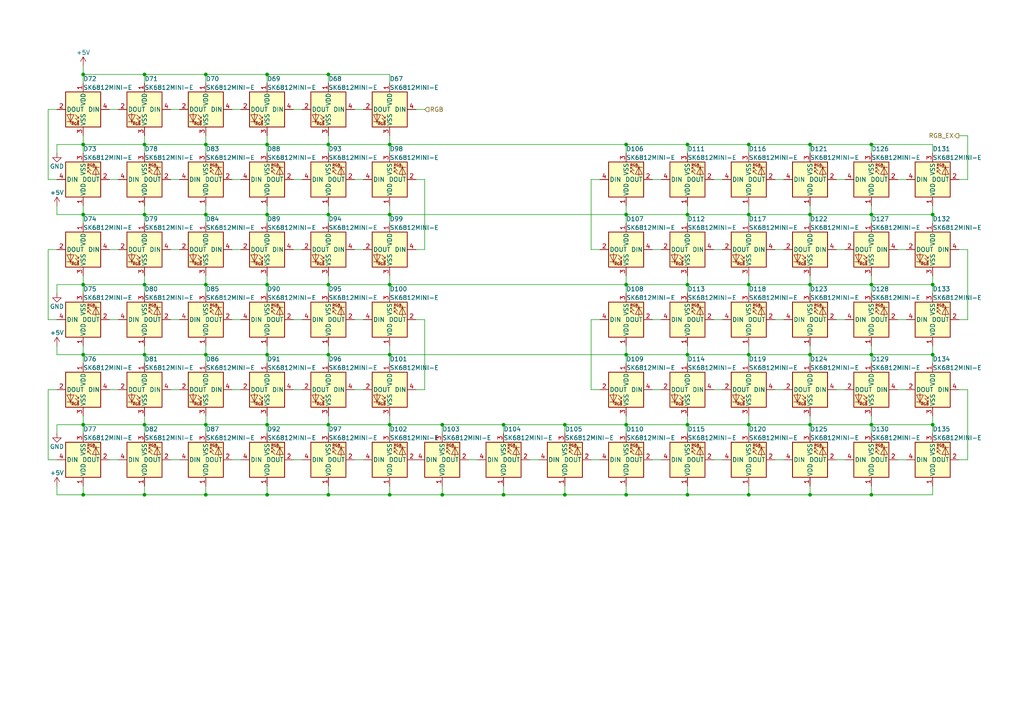
<source format=kicad_sch>
(kicad_sch (version 20230121) (generator eeschema)
  (paper "A4")
  (title_block (title "Honeydew unsplit ergonomic keyboard") (date "2023-04-03") (rev "V2.0"))
  (lib_symbols
    (symbol "Honeydew:SK6812MINI-E" (pin_names (offset 0.254))
      (property "Reference" "D" (at 5.08 5.715 0))
      (property "Value" "SK6812MINI-E" (at 1.27 -5.715 0))
      (symbol "SK6812MINI-E_0_0"
        (text "RGB" (at 2.286 -4.191 0) (effects (font (size 0.762 0.762))))
      )
      (symbol "SK6812MINI-E_1_1"
        (pin power_in line (at 0 7.62 270) (length 2.54) (name "VDD") (number "1"))
        (pin output line (at 7.62 0 180) (length 2.54) (name "DOUT") (number "2"))
        (pin power_in line (at 0 -7.62 90) (length 2.54) (name "VSS") (number "3"))
        (pin input line (at -7.62 0 0) (length 2.54) (name "DIN") (number "4"))
      )
    )
    (symbol "SK6812MINI-E_28" (pin_names (offset 0.254))
      (property "Reference" "D" (at 5.08 5.715 0))
      (property "Value" "SK6812MINI-E_28" (at 1.27 -5.715 0))
      (symbol "SK6812MINI-E_28_0_0"
        (text "RGB" (at 2.286 -4.191 0) (effects (font (size 0.762 0.762))))
      )
      (symbol "SK6812MINI-E_28_1_1"
        (pin power_in line (at 0 7.62 270) (length 2.54) (name "VDD") (number "1"))
        (pin output line (at 7.62 0 180) (length 2.54) (name "DOUT") (number "2"))
        (pin power_in line (at 0 -7.62 90) (length 2.54) (name "VSS") (number "3"))
        (pin input line (at -7.62 0 0) (length 2.54) (name "DIN") (number "4"))
      )
    )
    (symbol "SK6812MINI-E_32" (pin_names (offset 0.254))
      (property "Reference" "D" (at 5.08 5.715 0))
      (property "Value" "SK6812MINI-E_32" (at 1.27 -5.715 0))
      (symbol "SK6812MINI-E_32_0_0"
        (text "RGB" (at 2.286 -4.191 0) (effects (font (size 0.762 0.762))))
      )
      (symbol "SK6812MINI-E_32_1_1"
        (pin power_in line (at 0 7.62 270) (length 2.54) (name "VDD") (number "1"))
        (pin output line (at 7.62 0 180) (length 2.54) (name "DOUT") (number "2"))
        (pin power_in line (at 0 -7.62 90) (length 2.54) (name "VSS") (number "3"))
        (pin input line (at -7.62 0 0) (length 2.54) (name "DIN") (number "4"))
      )
    )
    (symbol "SK6812MINI-E_47" (pin_names (offset 0.254))
      (property "Reference" "D" (at 5.08 5.715 0))
      (property "Value" "SK6812MINI-E_47" (at 1.27 -5.715 0))
      (symbol "SK6812MINI-E_47_0_0"
        (text "RGB" (at 2.286 -4.191 0) (effects (font (size 0.762 0.762))))
      )
      (symbol "SK6812MINI-E_47_1_1"
        (pin power_in line (at 0 7.62 270) (length 2.54) (name "VDD") (number "1"))
        (pin output line (at 7.62 0 180) (length 2.54) (name "DOUT") (number "2"))
        (pin power_in line (at 0 -7.62 90) (length 2.54) (name "VSS") (number "3"))
        (pin input line (at -7.62 0 0) (length 2.54) (name "DIN") (number "4"))
      )
    )
    (symbol "SK6812MINI-E_49" (pin_names (offset 0.254))
      (property "Reference" "D" (at 5.08 5.715 0))
      (property "Value" "SK6812MINI-E_49" (at 1.27 -5.715 0))
      (symbol "SK6812MINI-E_49_0_0"
        (text "RGB" (at 2.286 -4.191 0) (effects (font (size 0.762 0.762))))
      )
      (symbol "SK6812MINI-E_49_1_1"
        (pin power_in line (at 0 7.62 270) (length 2.54) (name "VDD") (number "1"))
        (pin output line (at 7.62 0 180) (length 2.54) (name "DOUT") (number "2"))
        (pin power_in line (at 0 -7.62 90) (length 2.54) (name "VSS") (number "3"))
        (pin input line (at -7.62 0 0) (length 2.54) (name "DIN") (number "4"))
      )
    )
    (symbol "SK6812MINI-E_53" (pin_names (offset 0.254))
      (property "Reference" "D" (at 5.08 5.715 0))
      (property "Value" "SK6812MINI-E_53" (at 1.27 -5.715 0))
      (symbol "SK6812MINI-E_53_0_0"
        (text "RGB" (at 2.286 -4.191 0) (effects (font (size 0.762 0.762))))
      )
      (symbol "SK6812MINI-E_53_1_1"
        (pin power_in line (at 0 7.62 270) (length 2.54) (name "VDD") (number "1"))
        (pin output line (at 7.62 0 180) (length 2.54) (name "DOUT") (number "2"))
        (pin power_in line (at 0 -7.62 90) (length 2.54) (name "VSS") (number "3"))
        (pin input line (at -7.62 0 0) (length 2.54) (name "DIN") (number "4"))
      )
    )
    (symbol "SK6812MINI-E_54" (pin_names (offset 0.254))
      (property "Reference" "D" (at 5.08 5.715 0))
      (property "Value" "SK6812MINI-E_54" (at 1.27 -5.715 0))
      (symbol "SK6812MINI-E_54_0_0"
        (text "RGB" (at 2.286 -4.191 0) (effects (font (size 0.762 0.762))))
      )
      (symbol "SK6812MINI-E_54_1_1"
        (pin power_in line (at 0 7.62 270) (length 2.54) (name "VDD") (number "1"))
        (pin output line (at 7.62 0 180) (length 2.54) (name "DOUT") (number "2"))
        (pin power_in line (at 0 -7.62 90) (length 2.54) (name "VSS") (number "3"))
        (pin input line (at -7.62 0 0) (length 2.54) (name "DIN") (number "4"))
      )
    )
    (symbol "power:+5V" (power) (pin_names (offset 0))
      (property "Value" "+5V" (at 0 3.556 0))
      (symbol "+5V_1_1"
        (pin power_in line (at 0 0 90) (length 0) hide (name "+5V") (number "1"))
      )
    )
    (symbol "power:GND" (power) (pin_names (offset 0))
      (property "Value" "GND" (at 0 -3.81 0))
      (symbol "GND_1_1"
        (pin power_in line (at 0 0 270) (length 0) hide (name "GND") (number "1"))
      )
    )
  )
  (junction (at 234.95 62.23))
  (junction (at 128.27 123.19))
  (junction (at 252.73 41.91))
  (junction (at 199.39 41.91))
  (junction (at 77.47 21.59))
  (junction (at 24.13 102.87))
  (junction (at 95.25 82.55))
  (junction (at 59.69 82.55))
  (junction (at 234.95 102.87))
  (junction (at 24.13 123.19))
  (junction (at 41.91 143.51))
  (junction (at 24.13 82.55))
  (junction (at 24.13 143.51))
  (junction (at 59.69 102.87))
  (junction (at 217.17 143.51))
  (junction (at 199.39 82.55))
  (junction (at 95.25 41.91))
  (junction (at 113.03 62.23))
  (junction (at 199.39 123.19))
  (junction (at 270.51 102.87))
  (junction (at 95.25 21.59))
  (junction (at 234.95 143.51))
  (junction (at 217.17 123.19))
  (junction (at 41.91 102.87))
  (junction (at 270.51 82.55))
  (junction (at 252.73 62.23))
  (junction (at 113.03 102.87))
  (junction (at 217.17 41.91))
  (junction (at 24.13 62.23))
  (junction (at 252.73 143.51))
  (junction (at 77.47 102.87))
  (junction (at 59.69 143.51))
  (junction (at 95.25 143.51))
  (junction (at 181.61 41.91))
  (junction (at 41.91 123.19))
  (junction (at 41.91 41.91))
  (junction (at 234.95 41.91))
  (junction (at 146.05 123.19))
  (junction (at 234.95 123.19))
  (junction (at 199.39 102.87))
  (junction (at 59.69 21.59))
  (junction (at 252.73 82.55))
  (junction (at 181.61 82.55))
  (junction (at 95.25 62.23))
  (junction (at 59.69 41.91))
  (junction (at 113.03 82.55))
  (junction (at 252.73 123.19))
  (junction (at 217.17 82.55))
  (junction (at 181.61 102.87))
  (junction (at 59.69 62.23))
  (junction (at 146.05 143.51))
  (junction (at 59.69 123.19))
  (junction (at 217.17 102.87))
  (junction (at 77.47 41.91))
  (junction (at 77.47 143.51))
  (junction (at 199.39 143.51))
  (junction (at 95.25 102.87))
  (junction (at 234.95 82.55))
  (junction (at 77.47 123.19))
  (junction (at 163.83 123.19))
  (junction (at 77.47 82.55))
  (junction (at 270.51 62.23))
  (junction (at 252.73 102.87))
  (junction (at 113.03 41.91))
  (junction (at 24.13 21.59))
  (junction (at 181.61 62.23))
  (junction (at 181.61 143.51))
  (junction (at 181.61 123.19))
  (junction (at 41.91 62.23))
  (junction (at 95.25 123.19))
  (junction (at 270.51 123.19))
  (junction (at 163.83 143.51))
  (junction (at 41.91 82.55))
  (junction (at 41.91 21.59))
  (junction (at 217.17 62.23))
  (junction (at 77.47 62.23))
  (junction (at 128.27 143.51))
  (junction (at 113.03 123.19))
  (junction (at 24.13 41.91))
  (junction (at 199.39 62.23))
  (junction (at 113.03 143.51))
  (wire (pts (xy 13.97 133.35) (xy 16.51 133.35)))
  (wire (pts (xy 105.41 31.75) (xy 102.87 31.75)))
  (wire (pts (xy 13.97 31.75) (xy 16.51 31.75)))
  (wire (pts (xy 181.61 102.87) (xy 113.03 102.87)))
  (wire (pts (xy 270.51 120.65) (xy 270.51 123.19)))
  (wire (pts (xy 95.25 21.59) (xy 113.03 21.59)))
  (wire (pts (xy 217.17 125.73) (xy 217.17 123.19)))
  (wire (pts (xy 207.01 52.07) (xy 209.55 52.07)))
  (wire (pts (xy 171.45 92.71) (xy 171.45 113.03)))
  (wire (pts (xy 69.85 72.39) (xy 67.31 72.39)))
  (wire (pts (xy 49.53 92.71) (xy 52.07 92.71)))
  (wire (pts (xy 280.67 72.39) (xy 280.67 92.71)))
  (wire (pts (xy 24.13 125.73) (xy 24.13 123.19)))
  (wire (pts (xy 234.95 123.19) (xy 252.73 123.19)))
  (wire (pts (xy 181.61 120.65) (xy 181.61 123.19)))
  (wire (pts (xy 24.13 123.19) (xy 41.91 123.19)))
  (wire (pts (xy 270.51 102.87) (xy 270.51 105.41)))
  (wire (pts (xy 199.39 41.91) (xy 217.17 41.91)))
  (wire (pts (xy 85.09 133.35) (xy 87.63 133.35)))
  (wire (pts (xy 278.13 92.71) (xy 280.67 92.71)))
  (wire (pts (xy 123.19 31.75) (xy 120.65 31.75)))
  (wire (pts (xy 59.69 140.97) (xy 59.69 143.51)))
  (wire (pts (xy 87.63 113.03) (xy 85.09 113.03)))
  (wire (pts (xy 270.51 82.55) (xy 270.51 85.09)))
  (wire (pts (xy 16.51 125.73) (xy 16.51 123.19)))
  (wire (pts (xy 95.25 24.13) (xy 95.25 21.59)))
  (wire (pts (xy 31.75 133.35) (xy 34.29 133.35)))
  (wire (pts (xy 199.39 125.73) (xy 199.39 123.19)))
  (wire (pts (xy 16.51 140.97) (xy 16.51 143.51)))
  (wire (pts (xy 24.13 41.91) (xy 41.91 41.91)))
  (wire (pts (xy 234.95 140.97) (xy 234.95 143.51)))
  (wire (pts (xy 16.51 143.51) (xy 24.13 143.51)))
  (wire (pts (xy 77.47 62.23) (xy 95.25 62.23)))
  (wire (pts (xy 16.51 59.69) (xy 16.51 62.23)))
  (wire (pts (xy 77.47 82.55) (xy 95.25 82.55)))
  (wire (pts (xy 146.05 143.51) (xy 128.27 143.51)))
  (wire (pts (xy 67.31 133.35) (xy 69.85 133.35)))
  (wire (pts (xy 181.61 85.09) (xy 181.61 82.55)))
  (wire (pts (xy 41.91 39.37) (xy 41.91 41.91)))
  (wire (pts (xy 217.17 64.77) (xy 217.17 62.23)))
  (wire (pts (xy 252.73 85.09) (xy 252.73 82.55)))
  (wire (pts (xy 16.51 82.55) (xy 24.13 82.55)))
  (wire (pts (xy 77.47 140.97) (xy 77.47 143.51)))
  (wire (pts (xy 280.67 133.35) (xy 280.67 113.03)))
  (wire (pts (xy 67.31 92.71) (xy 69.85 92.71)))
  (wire (pts (xy 77.47 62.23) (xy 59.69 62.23)))
  (wire (pts (xy 13.97 92.71) (xy 16.51 92.71)))
  (wire (pts (xy 217.17 44.45) (xy 217.17 41.91)))
  (wire (pts (xy 217.17 102.87) (xy 199.39 102.87)))
  (wire (pts (xy 217.17 123.19) (xy 234.95 123.19)))
  (wire (pts (xy 280.67 113.03) (xy 278.13 113.03)))
  (wire (pts (xy 163.83 140.97) (xy 163.83 143.51)))
  (wire (pts (xy 24.13 62.23) (xy 41.91 62.23)))
  (wire (pts (xy 24.13 105.41) (xy 24.13 102.87)))
  (wire (pts (xy 77.47 59.69) (xy 77.47 62.23)))
  (wire (pts (xy 59.69 125.73) (xy 59.69 123.19)))
  (wire (pts (xy 113.03 82.55) (xy 113.03 85.09)))
  (wire (pts (xy 146.05 123.19) (xy 128.27 123.19)))
  (wire (pts (xy 102.87 133.35) (xy 105.41 133.35)))
  (wire (pts (xy 16.51 85.09) (xy 16.51 82.55)))
  (wire (pts (xy 252.73 100.33) (xy 252.73 102.87)))
  (wire (pts (xy 227.33 72.39) (xy 224.79 72.39)))
  (wire (pts (xy 77.47 85.09) (xy 77.47 82.55)))
  (wire (pts (xy 146.05 140.97) (xy 146.05 143.51)))
  (wire (pts (xy 260.35 92.71) (xy 262.89 92.71)))
  (wire (pts (xy 270.51 125.73) (xy 270.51 123.19)))
  (wire (pts (xy 252.73 64.77) (xy 252.73 62.23)))
  (wire (pts (xy 280.67 52.07) (xy 280.67 39.37)))
  (wire (pts (xy 270.51 140.97) (xy 270.51 143.51)))
  (wire (pts (xy 59.69 82.55) (xy 77.47 82.55)))
  (wire (pts (xy 181.61 105.41) (xy 181.61 102.87)))
  (wire (pts (xy 217.17 140.97) (xy 217.17 143.51)))
  (wire (pts (xy 270.51 59.69) (xy 270.51 62.23)))
  (wire (pts (xy 41.91 102.87) (xy 24.13 102.87)))
  (wire (pts (xy 270.51 41.91) (xy 270.51 44.45)))
  (wire (pts (xy 146.05 125.73) (xy 146.05 123.19)))
  (wire (pts (xy 234.95 59.69) (xy 234.95 62.23)))
  (wire (pts (xy 105.41 72.39) (xy 102.87 72.39)))
  (wire (pts (xy 77.47 21.59) (xy 95.25 21.59)))
  (wire (pts (xy 189.23 133.35) (xy 191.77 133.35)))
  (wire (pts (xy 49.53 133.35) (xy 52.07 133.35)))
  (wire (pts (xy 270.51 143.51) (xy 252.73 143.51)))
  (wire (pts (xy 102.87 52.07) (xy 105.41 52.07)))
  (wire (pts (xy 252.73 82.55) (xy 270.51 82.55)))
  (wire (pts (xy 199.39 143.51) (xy 181.61 143.51)))
  (wire (pts (xy 24.13 82.55) (xy 41.91 82.55)))
  (wire (pts (xy 95.25 85.09) (xy 95.25 82.55)))
  (wire (pts (xy 24.13 24.13) (xy 24.13 21.59)))
  (wire (pts (xy 59.69 44.45) (xy 59.69 41.91)))
  (wire (pts (xy 41.91 100.33) (xy 41.91 102.87)))
  (wire (pts (xy 41.91 123.19) (xy 59.69 123.19)))
  (wire (pts (xy 181.61 123.19) (xy 199.39 123.19)))
  (wire (pts (xy 24.13 102.87) (xy 24.13 100.33)))
  (wire (pts (xy 41.91 44.45) (xy 41.91 41.91)))
  (wire (pts (xy 234.95 100.33) (xy 234.95 102.87)))
  (wire (pts (xy 245.11 113.03) (xy 242.57 113.03)))
  (wire (pts (xy 252.73 125.73) (xy 252.73 123.19)))
  (wire (pts (xy 24.13 44.45) (xy 24.13 41.91)))
  (wire (pts (xy 24.13 39.37) (xy 24.13 41.91)))
  (wire (pts (xy 252.73 123.19) (xy 270.51 123.19)))
  (wire (pts (xy 24.13 143.51) (xy 24.13 140.97)))
  (wire (pts (xy 262.89 72.39) (xy 260.35 72.39)))
  (wire (pts (xy 77.47 41.91) (xy 95.25 41.91)))
  (wire (pts (xy 113.03 62.23) (xy 113.03 64.77)))
  (wire (pts (xy 270.51 80.01) (xy 270.51 82.55)))
  (wire (pts (xy 181.61 82.55) (xy 113.03 82.55)))
  (wire (pts (xy 252.73 143.51) (xy 234.95 143.51)))
  (wire (pts (xy 163.83 125.73) (xy 163.83 123.19)))
  (wire (pts (xy 67.31 52.07) (xy 69.85 52.07)))
  (wire (pts (xy 278.13 133.35) (xy 280.67 133.35)))
  (wire (pts (xy 41.91 64.77) (xy 41.91 62.23)))
  (wire (pts (xy 24.13 85.09) (xy 24.13 82.55)))
  (wire (pts (xy 199.39 82.55) (xy 217.17 82.55)))
  (wire (pts (xy 242.57 52.07) (xy 245.11 52.07)))
  (wire (pts (xy 242.57 133.35) (xy 245.11 133.35)))
  (wire (pts (xy 181.61 41.91) (xy 199.39 41.91)))
  (wire (pts (xy 95.25 82.55) (xy 113.03 82.55)))
  (wire (pts (xy 77.47 120.65) (xy 77.47 123.19)))
  (wire (pts (xy 280.67 39.37) (xy 278.13 39.37)))
  (wire (pts (xy 199.39 62.23) (xy 217.17 62.23)))
  (wire (pts (xy 262.89 113.03) (xy 260.35 113.03)))
  (wire (pts (xy 181.61 44.45) (xy 181.61 41.91)))
  (wire (pts (xy 77.47 39.37) (xy 77.47 41.91)))
  (wire (pts (xy 95.25 41.91) (xy 113.03 41.91)))
  (wire (pts (xy 31.75 92.71) (xy 34.29 92.71)))
  (wire (pts (xy 252.73 105.41) (xy 252.73 102.87)))
  (wire (pts (xy 199.39 120.65) (xy 199.39 123.19)))
  (wire (pts (xy 77.47 143.51) (xy 59.69 143.51)))
  (wire (pts (xy 95.25 62.23) (xy 113.03 62.23)))
  (wire (pts (xy 77.47 125.73) (xy 77.47 123.19)))
  (wire (pts (xy 199.39 85.09) (xy 199.39 82.55)))
  (wire (pts (xy 181.61 62.23) (xy 113.03 62.23)))
  (wire (pts (xy 242.57 92.71) (xy 245.11 92.71)))
  (wire (pts (xy 77.47 64.77) (xy 77.47 62.23)))
  (wire (pts (xy 234.95 64.77) (xy 234.95 62.23)))
  (wire (pts (xy 113.03 143.51) (xy 95.25 143.51)))
  (wire (pts (xy 13.97 52.07) (xy 16.51 52.07)))
  (wire (pts (xy 234.95 120.65) (xy 234.95 123.19)))
  (wire (pts (xy 52.07 31.75) (xy 49.53 31.75)))
  (wire (pts (xy 171.45 72.39) (xy 173.99 72.39)))
  (wire (pts (xy 41.91 59.69) (xy 41.91 62.23)))
  (wire (pts (xy 252.73 41.91) (xy 270.51 41.91)))
  (wire (pts (xy 171.45 92.71) (xy 173.99 92.71)))
  (wire (pts (xy 234.95 82.55) (xy 252.73 82.55)))
  (wire (pts (xy 77.47 80.01) (xy 77.47 82.55)))
  (wire (pts (xy 95.25 143.51) (xy 77.47 143.51)))
  (wire (pts (xy 59.69 62.23) (xy 41.91 62.23)))
  (wire (pts (xy 95.25 59.69) (xy 95.25 62.23)))
  (wire (pts (xy 95.25 140.97) (xy 95.25 143.51)))
  (wire (pts (xy 16.51 102.87) (xy 24.13 102.87)))
  (wire (pts (xy 52.07 72.39) (xy 49.53 72.39)))
  (wire (pts (xy 234.95 41.91) (xy 252.73 41.91)))
  (wire (pts (xy 69.85 31.75) (xy 67.31 31.75)))
  (wire (pts (xy 224.79 92.71) (xy 227.33 92.71)))
  (wire (pts (xy 199.39 123.19) (xy 217.17 123.19)))
  (wire (pts (xy 113.03 41.91) (xy 113.03 44.45)))
  (wire (pts (xy 189.23 92.71) (xy 191.77 92.71)))
  (wire (pts (xy 95.25 120.65) (xy 95.25 123.19)))
  (wire (pts (xy 59.69 120.65) (xy 59.69 123.19)))
  (wire (pts (xy 217.17 105.41) (xy 217.17 102.87)))
  (wire (pts (xy 77.47 123.19) (xy 95.25 123.19)))
  (wire (pts (xy 59.69 85.09) (xy 59.69 82.55)))
  (wire (pts (xy 59.69 143.51) (xy 41.91 143.51)))
  (wire (pts (xy 113.03 102.87) (xy 95.25 102.87)))
  (wire (pts (xy 24.13 64.77) (xy 24.13 62.23)))
  (wire (pts (xy 34.29 31.75) (xy 31.75 31.75)))
  (wire (pts (xy 217.17 85.09) (xy 217.17 82.55)))
  (wire (pts (xy 85.09 92.71) (xy 87.63 92.71)))
  (wire (pts (xy 41.91 82.55) (xy 59.69 82.55)))
  (wire (pts (xy 181.61 80.01) (xy 181.61 82.55)))
  (wire (pts (xy 41.91 125.73) (xy 41.91 123.19)))
  (wire (pts (xy 13.97 52.07) (xy 13.97 31.75)))
  (wire (pts (xy 171.45 133.35) (xy 173.99 133.35)))
  (wire (pts (xy 41.91 143.51) (xy 24.13 143.51)))
  (wire (pts (xy 234.95 125.73) (xy 234.95 123.19)))
  (wire (pts (xy 113.03 80.01) (xy 113.03 82.55)))
  (wire (pts (xy 234.95 85.09) (xy 234.95 82.55)))
  (wire (pts (xy 217.17 120.65) (xy 217.17 123.19)))
  (wire (pts (xy 181.61 143.51) (xy 163.83 143.51)))
  (wire (pts (xy 252.73 59.69) (xy 252.73 62.23)))
  (wire (pts (xy 234.95 102.87) (xy 217.17 102.87)))
  (wire (pts (xy 128.27 140.97) (xy 128.27 143.51)))
  (wire (pts (xy 41.91 85.09) (xy 41.91 82.55)))
  (wire (pts (xy 181.61 102.87) (xy 181.61 100.33)))
  (wire (pts (xy 95.25 102.87) (xy 77.47 102.87)))
  (wire (pts (xy 199.39 140.97) (xy 199.39 143.51)))
  (wire (pts (xy 13.97 72.39) (xy 16.51 72.39)))
  (wire (pts (xy 95.25 44.45) (xy 95.25 41.91)))
  (wire (pts (xy 77.47 24.13) (xy 77.47 21.59)))
  (wire (pts (xy 41.91 80.01) (xy 41.91 82.55)))
  (wire (pts (xy 217.17 59.69) (xy 217.17 62.23)))
  (wire (pts (xy 59.69 102.87) (xy 41.91 102.87)))
  (wire (pts (xy 95.25 80.01) (xy 95.25 82.55)))
  (wire (pts (xy 13.97 92.71) (xy 13.97 72.39)))
  (wire (pts (xy 252.73 120.65) (xy 252.73 123.19)))
  (wire (pts (xy 217.17 100.33) (xy 217.17 102.87)))
  (wire (pts (xy 41.91 105.41) (xy 41.91 102.87)))
  (wire (pts (xy 181.61 143.51) (xy 181.61 140.97)))
  (wire (pts (xy 181.61 123.19) (xy 163.83 123.19)))
  (wire (pts (xy 113.03 59.69) (xy 113.03 62.23)))
  (wire (pts (xy 87.63 72.39) (xy 85.09 72.39)))
  (wire (pts (xy 278.13 52.07) (xy 280.67 52.07)))
  (wire (pts (xy 59.69 39.37) (xy 59.69 41.91)))
  (wire (pts (xy 113.03 39.37) (xy 113.03 41.91)))
  (wire (pts (xy 191.77 113.03) (xy 189.23 113.03)))
  (wire (pts (xy 113.03 100.33) (xy 113.03 102.87)))
  (wire (pts (xy 224.79 133.35) (xy 227.33 133.35)))
  (wire (pts (xy 41.91 41.91) (xy 59.69 41.91)))
  (wire (pts (xy 113.03 102.87) (xy 113.03 105.41)))
  (wire (pts (xy 217.17 82.55) (xy 234.95 82.55)))
  (wire (pts (xy 252.73 140.97) (xy 252.73 143.51)))
  (wire (pts (xy 252.73 80.01) (xy 252.73 82.55)))
  (wire (pts (xy 270.51 100.33) (xy 270.51 102.87)))
  (wire (pts (xy 207.01 133.35) (xy 209.55 133.35)))
  (wire (pts (xy 13.97 113.03) (xy 16.51 113.03)))
  (wire (pts (xy 181.61 62.23) (xy 199.39 62.23)))
  (wire (pts (xy 34.29 113.03) (xy 31.75 113.03)))
  (wire (pts (xy 41.91 24.13) (xy 41.91 21.59)))
  (wire (pts (xy 181.61 64.77) (xy 181.61 62.23)))
  (wire (pts (xy 171.45 113.03) (xy 173.99 113.03)))
  (wire (pts (xy 77.47 21.59) (xy 59.69 21.59)))
  (wire (pts (xy 16.51 123.19) (xy 24.13 123.19)))
  (wire (pts (xy 16.51 62.23) (xy 24.13 62.23)))
  (wire (pts (xy 245.11 72.39) (xy 242.57 72.39)))
  (wire (pts (xy 207.01 92.71) (xy 209.55 92.71)))
  (wire (pts (xy 217.17 80.01) (xy 217.17 82.55)))
  (wire (pts (xy 209.55 113.03) (xy 207.01 113.03)))
  (wire (pts (xy 217.17 143.51) (xy 199.39 143.51)))
  (wire (pts (xy 224.79 52.07) (xy 227.33 52.07)))
  (wire (pts (xy 31.75 52.07) (xy 34.29 52.07)))
  (wire (pts (xy 24.13 19.05) (xy 24.13 21.59)))
  (wire (pts (xy 41.91 120.65) (xy 41.91 123.19)))
  (wire (pts (xy 120.65 92.71) (xy 123.19 92.71)))
  (wire (pts (xy 49.53 52.07) (xy 52.07 52.07)))
  (wire (pts (xy 191.77 72.39) (xy 189.23 72.39)))
  (wire (pts (xy 227.33 113.03) (xy 224.79 113.03)))
  (wire (pts (xy 199.39 64.77) (xy 199.39 62.23)))
  (wire (pts (xy 95.25 125.73) (xy 95.25 123.19)))
  (wire (pts (xy 209.55 72.39) (xy 207.01 72.39)))
  (wire (pts (xy 113.03 140.97) (xy 113.03 143.51)))
  (wire (pts (xy 16.51 100.33) (xy 16.51 102.87)))
  (wire (pts (xy 123.19 113.03) (xy 120.65 113.03)))
  (wire (pts (xy 59.69 21.59) (xy 41.91 21.59)))
  (wire (pts (xy 234.95 80.01) (xy 234.95 82.55)))
  (wire (pts (xy 59.69 80.01) (xy 59.69 82.55)))
  (wire (pts (xy 234.95 143.51) (xy 217.17 143.51)))
  (wire (pts (xy 199.39 59.69) (xy 199.39 62.23)))
  (wire (pts (xy 128.27 143.51) (xy 113.03 143.51)))
  (wire (pts (xy 181.61 41.91) (xy 113.03 41.91)))
  (wire (pts (xy 181.61 125.73) (xy 181.61 123.19)))
  (wire (pts (xy 69.85 113.03) (xy 67.31 113.03)))
  (wire (pts (xy 189.23 52.07) (xy 191.77 52.07)))
  (wire (pts (xy 113.03 21.59) (xy 113.03 24.13)))
  (wire (pts (xy 24.13 62.23) (xy 24.13 59.69)))
  (wire (pts (xy 171.45 52.07) (xy 173.99 52.07)))
  (wire (pts (xy 77.47 100.33) (xy 77.47 102.87)))
  (wire (pts (xy 59.69 123.19) (xy 77.47 123.19)))
  (wire (pts (xy 217.17 62.23) (xy 234.95 62.23)))
  (wire (pts (xy 59.69 105.41) (xy 59.69 102.87)))
  (wire (pts (xy 59.69 100.33) (xy 59.69 102.87)))
  (wire (pts (xy 181.61 62.23) (xy 181.61 59.69)))
  (wire (pts (xy 52.07 113.03) (xy 49.53 113.03)))
  (wire (pts (xy 234.95 62.23) (xy 252.73 62.23)))
  (wire (pts (xy 135.89 133.35) (xy 138.43 133.35)))
  (wire (pts (xy 16.51 44.45) (xy 16.51 41.91)))
  (wire (pts (xy 95.25 64.77) (xy 95.25 62.23)))
  (wire (pts (xy 123.19 92.71) (xy 123.19 113.03)))
  (wire (pts (xy 16.51 41.91) (xy 24.13 41.91)))
  (wire (pts (xy 113.03 125.73) (xy 113.03 123.19)))
  (wire (pts (xy 252.73 102.87) (xy 234.95 102.87)))
  (wire (pts (xy 41.91 140.97) (xy 41.91 143.51)))
  (wire (pts (xy 260.35 133.35) (xy 262.89 133.35)))
  (wire (pts (xy 120.65 52.07) (xy 123.19 52.07)))
  (wire (pts (xy 87.63 31.75) (xy 85.09 31.75)))
  (wire (pts (xy 163.83 143.51) (xy 146.05 143.51)))
  (wire (pts (xy 24.13 120.65) (xy 24.13 123.19)))
  (wire (pts (xy 113.03 120.65) (xy 113.03 123.19)))
  (wire (pts (xy 199.39 105.41) (xy 199.39 102.87)))
  (wire (pts (xy 252.73 62.23) (xy 270.51 62.23)))
  (wire (pts (xy 59.69 41.91) (xy 77.47 41.91)))
  (wire (pts (xy 199.39 100.33) (xy 199.39 102.87)))
  (wire (pts (xy 102.87 92.71) (xy 105.41 92.71)))
  (wire (pts (xy 95.25 100.33) (xy 95.25 102.87)))
  (wire (pts (xy 59.69 59.69) (xy 59.69 62.23)))
  (wire (pts (xy 128.27 125.73) (xy 128.27 123.19)))
  (wire (pts (xy 280.67 72.39) (xy 278.13 72.39)))
  (wire (pts (xy 85.09 52.07) (xy 87.63 52.07)))
  (wire (pts (xy 95.25 39.37) (xy 95.25 41.91)))
  (wire (pts (xy 270.51 102.87) (xy 252.73 102.87)))
  (wire (pts (xy 217.17 41.91) (xy 234.95 41.91)))
  (wire (pts (xy 59.69 24.13) (xy 59.69 21.59)))
  (wire (pts (xy 77.47 102.87) (xy 59.69 102.87)))
  (wire (pts (xy 77.47 105.41) (xy 77.47 102.87)))
  (wire (pts (xy 252.73 44.45) (xy 252.73 41.91)))
  (wire (pts (xy 199.39 44.45) (xy 199.39 41.91)))
  (wire (pts (xy 123.19 52.07) (xy 123.19 72.39)))
  (wire (pts (xy 128.27 123.19) (xy 113.03 123.19)))
  (wire (pts (xy 199.39 102.87) (xy 181.61 102.87)))
  (wire (pts (xy 95.25 105.41) (xy 95.25 102.87)))
  (wire (pts (xy 59.69 64.77) (xy 59.69 62.23)))
  (wire (pts (xy 199.39 80.01) (xy 199.39 82.55)))
  (wire (pts (xy 77.47 44.45) (xy 77.47 41.91)))
  (wire (pts (xy 123.19 72.39) (xy 120.65 72.39)))
  (wire (pts (xy 13.97 133.35) (xy 13.97 113.03)))
  (wire (pts (xy 260.35 52.07) (xy 262.89 52.07)))
  (wire (pts (xy 153.67 133.35) (xy 156.21 133.35)))
  (wire (pts (xy 234.95 105.41) (xy 234.95 102.87)))
  (wire (pts (xy 95.25 123.19) (xy 113.03 123.19)))
  (wire (pts (xy 24.13 21.59) (xy 41.91 21.59)))
  (wire (pts (xy 24.13 80.01) (xy 24.13 82.55)))
  (wire (pts (xy 171.45 52.07) (xy 171.45 72.39)))
  (wire (pts (xy 163.83 123.19) (xy 146.05 123.19)))
  (wire (pts (xy 105.41 113.03) (xy 102.87 113.03)))
  (wire (pts (xy 34.29 72.39) (xy 31.75 72.39)))
  (wire (pts (xy 270.51 62.23) (xy 270.51 64.77)))
  (wire (pts (xy 234.95 44.45) (xy 234.95 41.91)))
  (wire (pts (xy 181.61 82.55) (xy 199.39 82.55)))
  (hierarchical_label "RGB" (shape input) (at 123.19 31.75 0))
  (hierarchical_label "RGB_EX" (shape output) (at 278.13 39.37 180))
  (symbol (lib_id "power:+5V") (at 16.51 59.69 0) (unit 1)
    (property "Reference" "#PWR05" (effects hide))
    (property "Value" "+5V" (at 16.51 55.88 0))
  )
  (symbol (lib_name "SK6812MINI-E_54") (lib_id "Honeydew:SK6812MINI-E") (at 95.25 72.39 0) (mirror y) (unit 1)
    (property "Reference" "D94" (at 95.25 63.5 0) (effects (justify right)))
    (property "Value" "SK6812MINI-E" (at 95.25 66.04 0) (effects (justify right)))
    (property "Footprint" "Honeydew:YS-SK6812MINI-E" (effects hide))
    (property "Description" "RGB LED" (effects hide))
    (property "LCSC" "C5149201" (effects hide))
  )
  (symbol (lib_name "SK6812MINI-E_53") (lib_id "Honeydew:SK6812MINI-E") (at 181.61 133.35 0) (mirror x) (unit 1)
    (property "Reference" "D110" (at 181.61 124.46 0) (effects (justify left)))
    (property "Value" "SK6812MINI-E" (at 181.61 127 0) (effects (justify left)))
    (property "Footprint" "Honeydew:YS-SK6812MINI-E" (effects hide))
    (property "Description" "RGB LED" (effects hide))
    (property "LCSC" "C5149201" (effects hide))
  )
  (symbol (lib_name "SK6812MINI-E_53") (lib_id "Honeydew:SK6812MINI-E") (at 270.51 92.71 0) (mirror x) (unit 1)
    (property "Reference" "D133" (at 270.51 83.82 0) (effects (justify left)))
    (property "Value" "SK6812MINI-E" (at 270.51 86.36 0) (effects (justify left)))
    (property "Footprint" "Honeydew:YS-SK6812MINI-E" (effects hide))
    (property "Description" "RGB LED" (effects hide))
    (property "LCSC" "C5149201" (effects hide))
  )
  (symbol (lib_name "SK6812MINI-E_54") (lib_id "Honeydew:SK6812MINI-E") (at 41.91 72.39 0) (mirror y) (unit 1)
    (property "Reference" "D79" (at 41.91 63.5 0) (effects (justify right)))
    (property "Value" "SK6812MINI-E" (at 41.91 66.04 0) (effects (justify right)))
    (property "Footprint" "Honeydew:YS-SK6812MINI-E" (effects hide))
    (property "Description" "RGB LED" (effects hide))
    (property "LCSC" "C5149201" (effects hide))
  )
  (symbol (lib_name "SK6812MINI-E_54") (lib_id "Honeydew:SK6812MINI-E") (at 24.13 72.39 0) (mirror y) (unit 1)
    (property "Reference" "D74" (at 24.13 63.5 0) (effects (justify right)))
    (property "Value" "SK6812MINI-E" (at 24.13 66.04 0) (effects (justify right)))
    (property "Footprint" "Honeydew:YS-SK6812MINI-E" (effects hide))
    (property "Description" "RGB LED" (effects hide))
    (property "LCSC" "C5149201" (effects hide))
  )
  (symbol (lib_name "SK6812MINI-E_54") (lib_id "Honeydew:SK6812MINI-E") (at 77.47 72.39 0) (mirror y) (unit 1)
    (property "Reference" "D89" (at 77.47 63.5 0) (effects (justify right)))
    (property "Value" "SK6812MINI-E" (at 77.47 66.04 0) (effects (justify right)))
    (property "Footprint" "Honeydew:YS-SK6812MINI-E" (effects hide))
    (property "Description" "RGB LED" (effects hide))
    (property "LCSC" "C5149201" (effects hide))
  )
  (symbol (lib_name "SK6812MINI-E_54") (lib_id "Honeydew:SK6812MINI-E") (at 181.61 72.39 0) (mirror y) (unit 1)
    (property "Reference" "D107" (at 181.61 63.5 0) (effects (justify right)))
    (property "Value" "SK6812MINI-E" (at 181.61 66.04 0) (effects (justify right)))
    (property "Footprint" "Honeydew:YS-SK6812MINI-E" (effects hide))
    (property "Description" "RGB LED" (effects hide))
    (property "LCSC" "C5149201" (effects hide))
  )
  (symbol (lib_name "SK6812MINI-E_54") (lib_id "Honeydew:SK6812MINI-E") (at 41.91 113.03 0) (mirror y) (unit 1)
    (property "Reference" "D81" (at 41.91 104.14 0) (effects (justify right)))
    (property "Value" "SK6812MINI-E" (at 41.91 106.68 0) (effects (justify right)))
    (property "Footprint" "Honeydew:YS-SK6812MINI-E" (effects hide))
    (property "Description" "RGB LED" (effects hide))
    (property "LCSC" "C5149201" (effects hide))
  )
  (symbol (lib_name "SK6812MINI-E_53") (lib_id "Honeydew:SK6812MINI-E") (at 252.73 133.35 0) (mirror x) (unit 1)
    (property "Reference" "D130" (at 252.73 124.46 0) (effects (justify left)))
    (property "Value" "SK6812MINI-E" (at 252.73 127 0) (effects (justify left)))
    (property "Footprint" "Honeydew:YS-SK6812MINI-E" (effects hide))
    (property "Description" "RGB LED" (effects hide))
    (property "LCSC" "C5149201" (effects hide))
  )
  (symbol (lib_id "power:+5V") (at 24.13 19.05 0) (unit 1)
    (property "Reference" "#PWR02" (effects hide))
    (property "Value" "+5V" (at 24.13 15.24 0))
  )
  (symbol (lib_name "SK6812MINI-E_54") (lib_id "Honeydew:SK6812MINI-E") (at 24.13 113.03 0) (mirror y) (unit 1)
    (property "Reference" "D76" (at 24.13 104.14 0) (effects (justify right)))
    (property "Value" "SK6812MINI-E" (at 24.13 106.68 0) (effects (justify right)))
    (property "Footprint" "Honeydew:YS-SK6812MINI-E" (effects hide))
    (property "Description" "RGB LED" (effects hide))
    (property "LCSC" "C5149201" (effects hide))
  )
  (symbol (lib_name "SK6812MINI-E_53") (lib_id "Honeydew:SK6812MINI-E") (at 41.91 52.07 0) (mirror x) (unit 1)
    (property "Reference" "D78" (at 41.91 43.18 0) (effects (justify left)))
    (property "Value" "SK6812MINI-E" (at 41.91 45.72 0) (effects (justify left)))
    (property "Footprint" "Honeydew:YS-SK6812MINI-E" (effects hide))
    (property "Description" "RGB LED" (effects hide))
    (property "LCSC" "C5149201" (effects hide))
  )
  (symbol (lib_name "SK6812MINI-E_53") (lib_id "Honeydew:SK6812MINI-E") (at 59.69 52.07 0) (mirror x) (unit 1)
    (property "Reference" "D83" (at 59.69 43.18 0) (effects (justify left)))
    (property "Value" "SK6812MINI-E" (at 59.69 45.72 0) (effects (justify left)))
    (property "Footprint" "Honeydew:YS-SK6812MINI-E" (effects hide))
    (property "Description" "RGB LED" (effects hide))
    (property "LCSC" "C5149201" (effects hide))
  )
  (symbol (lib_name "SK6812MINI-E_53") (lib_id "Honeydew:SK6812MINI-E") (at 113.03 52.07 0) (mirror x) (unit 1)
    (property "Reference" "D98" (at 113.03 43.18 0) (effects (justify left)))
    (property "Value" "SK6812MINI-E" (at 113.03 45.72 0) (effects (justify left)))
    (property "Footprint" "Honeydew:YS-SK6812MINI-E" (effects hide))
    (property "Description" "RGB LED" (effects hide))
    (property "LCSC" "C5149201" (effects hide))
  )
  (symbol (lib_name "SK6812MINI-E_53") (lib_id "Honeydew:SK6812MINI-E") (at 24.13 133.35 0) (mirror x) (unit 1)
    (property "Reference" "D77" (at 24.13 124.46 0) (effects (justify left)))
    (property "Value" "SK6812MINI-E" (at 24.13 127 0) (effects (justify left)))
    (property "Footprint" "Honeydew:YS-SK6812MINI-E" (effects hide))
    (property "Description" "RGB LED" (effects hide))
    (property "LCSC" "C5149201" (effects hide))
  )
  (symbol (lib_name "SK6812MINI-E_53") (lib_id "Honeydew:SK6812MINI-E") (at 77.47 133.35 0) (mirror x) (unit 1)
    (property "Reference" "D92" (at 77.47 124.46 0) (effects (justify left)))
    (property "Value" "SK6812MINI-E" (at 77.47 127 0) (effects (justify left)))
    (property "Footprint" "Honeydew:YS-SK6812MINI-E" (effects hide))
    (property "Description" "RGB LED" (effects hide))
    (property "LCSC" "C5149201" (effects hide))
  )
  (symbol (lib_name "SK6812MINI-E_53") (lib_id "Honeydew:SK6812MINI-E") (at 199.39 52.07 0) (mirror x) (unit 1)
    (property "Reference" "D111" (at 199.39 43.18 0) (effects (justify left)))
    (property "Value" "SK6812MINI-E" (at 199.39 45.72 0) (effects (justify left)))
    (property "Footprint" "Honeydew:YS-SK6812MINI-E" (effects hide))
    (property "Description" "RGB LED" (effects hide))
    (property "LCSC" "C5149201" (effects hide))
  )
  (symbol (lib_name "SK6812MINI-E_53") (lib_id "Honeydew:SK6812MINI-E") (at 199.39 133.35 0) (mirror x) (unit 1)
    (property "Reference" "D115" (at 199.39 124.46 0) (effects (justify left)))
    (property "Value" "SK6812MINI-E" (at 199.39 127 0) (effects (justify left)))
    (property "Footprint" "Honeydew:YS-SK6812MINI-E" (effects hide))
    (property "Description" "RGB LED" (effects hide))
    (property "LCSC" "C5149201" (effects hide))
  )
  (symbol (lib_name "SK6812MINI-E_53") (lib_id "Honeydew:SK6812MINI-E") (at 181.61 52.07 0) (mirror x) (unit 1)
    (property "Reference" "D106" (at 181.61 43.18 0) (effects (justify left)))
    (property "Value" "SK6812MINI-E" (at 181.61 45.72 0) (effects (justify left)))
    (property "Footprint" "Honeydew:YS-SK6812MINI-E" (effects hide))
    (property "Description" "RGB LED" (effects hide))
    (property "LCSC" "C5149201" (effects hide))
  )
  (symbol (lib_name "SK6812MINI-E_32") (lib_id "Honeydew:SK6812MINI-E") (at 59.69 31.75 0) (mirror y) (unit 1)
    (property "Reference" "D70" (at 59.69 22.86 0) (effects (justify right)))
    (property "Value" "SK6812MINI-E" (at 59.69 25.4 0) (effects (justify right)))
    (property "Footprint" "Honeydew:YS-SK6812MINI-E" (effects hide))
    (property "Description" "RGB LED" (effects hide))
    (property "LCSC" "C5149201" (effects hide))
  )
  (symbol (lib_name "SK6812MINI-E_53") (lib_id "Honeydew:SK6812MINI-E") (at 217.17 133.35 0) (mirror x) (unit 1)
    (property "Reference" "D120" (at 217.17 124.46 0) (effects (justify left)))
    (property "Value" "SK6812MINI-E" (at 217.17 127 0) (effects (justify left)))
    (property "Footprint" "Honeydew:YS-SK6812MINI-E" (effects hide))
    (property "Description" "RGB LED" (effects hide))
    (property "LCSC" "C5149201" (effects hide))
  )
  (symbol (lib_name "SK6812MINI-E_53") (lib_id "Honeydew:SK6812MINI-E") (at 41.91 133.35 0) (mirror x) (unit 1)
    (property "Reference" "D82" (at 41.91 124.46 0) (effects (justify left)))
    (property "Value" "SK6812MINI-E" (at 41.91 127 0) (effects (justify left)))
    (property "Footprint" "Honeydew:YS-SK6812MINI-E" (effects hide))
    (property "Description" "RGB LED" (effects hide))
    (property "LCSC" "C5149201" (effects hide))
  )
  (symbol (lib_name "SK6812MINI-E_53") (lib_id "Honeydew:SK6812MINI-E") (at 252.73 52.07 0) (mirror x) (unit 1)
    (property "Reference" "D126" (at 252.73 43.18 0) (effects (justify left)))
    (property "Value" "SK6812MINI-E" (at 252.73 45.72 0) (effects (justify left)))
    (property "Footprint" "Honeydew:YS-SK6812MINI-E" (effects hide))
    (property "Description" "RGB LED" (effects hide))
    (property "LCSC" "C5149201" (effects hide))
  )
  (symbol (lib_name "SK6812MINI-E_53") (lib_id "Honeydew:SK6812MINI-E") (at 77.47 52.07 0) (mirror x) (unit 1)
    (property "Reference" "D88" (at 77.47 43.18 0) (effects (justify left)))
    (property "Value" "SK6812MINI-E" (at 77.47 45.72 0) (effects (justify left)))
    (property "Footprint" "Honeydew:YS-SK6812MINI-E" (effects hide))
    (property "Description" "RGB LED" (effects hide))
    (property "LCSC" "C5149201" (effects hide))
  )
  (symbol (lib_name "SK6812MINI-E_53") (lib_id "Honeydew:SK6812MINI-E") (at 95.25 133.35 0) (mirror x) (unit 1)
    (property "Reference" "D97" (at 95.25 124.46 0) (effects (justify left)))
    (property "Value" "SK6812MINI-E" (at 95.25 127 0) (effects (justify left)))
    (property "Footprint" "Honeydew:YS-SK6812MINI-E" (effects hide))
    (property "Description" "RGB LED" (effects hide))
    (property "LCSC" "C5149201" (effects hide))
  )
  (symbol (lib_id "power:+5V") (at 16.51 100.33 0) (unit 1)
    (property "Reference" "#PWR046" (effects hide))
    (property "Value" "+5V" (at 16.51 96.52 0))
  )
  (symbol (lib_id "power:+5V") (at 16.51 140.97 0) (unit 1)
    (property "Reference" "#PWR048" (effects hide))
    (property "Value" "+5V" (at 16.51 137.16 0))
  )
  (symbol (lib_name "SK6812MINI-E_54") (lib_id "Honeydew:SK6812MINI-E") (at 59.69 113.03 0) (mirror y) (unit 1)
    (property "Reference" "D86" (at 59.69 104.14 0) (effects (justify right)))
    (property "Value" "SK6812MINI-E" (at 59.69 106.68 0) (effects (justify right)))
    (property "Footprint" "Honeydew:YS-SK6812MINI-E" (effects hide))
    (property "Description" "RGB LED" (effects hide))
    (property "LCSC" "C5149201" (effects hide))
  )
  (symbol (lib_name "SK6812MINI-E_53") (lib_id "Honeydew:SK6812MINI-E") (at 95.25 52.07 0) (mirror x) (unit 1)
    (property "Reference" "D93" (at 95.25 43.18 0) (effects (justify left)))
    (property "Value" "SK6812MINI-E" (at 95.25 45.72 0) (effects (justify left)))
    (property "Footprint" "Honeydew:YS-SK6812MINI-E" (effects hide))
    (property "Description" "RGB LED" (effects hide))
    (property "LCSC" "C5149201" (effects hide))
  )
  (symbol (lib_name "SK6812MINI-E_53") (lib_id "Honeydew:SK6812MINI-E") (at 146.05 133.35 0) (mirror x) (unit 1)
    (property "Reference" "D104" (at 146.05 124.46 0) (effects (justify left)))
    (property "Value" "SK6812MINI-E" (at 146.05 127 0) (effects (justify left)))
    (property "Footprint" "Honeydew:YS-SK6812MINI-E" (effects hide))
    (property "Description" "RGB LED" (effects hide))
    (property "LCSC" "C5149201" (effects hide))
  )
  (symbol (lib_name "SK6812MINI-E_53") (lib_id "Honeydew:SK6812MINI-E") (at 234.95 52.07 0) (mirror x) (unit 1)
    (property "Reference" "D121" (at 234.95 43.18 0) (effects (justify left)))
    (property "Value" "SK6812MINI-E" (at 234.95 45.72 0) (effects (justify left)))
    (property "Footprint" "Honeydew:YS-SK6812MINI-E" (effects hide))
    (property "Description" "RGB LED" (effects hide))
    (property "LCSC" "C5149201" (effects hide))
  )
  (symbol (lib_name "SK6812MINI-E_53") (lib_id "Honeydew:SK6812MINI-E") (at 113.03 92.71 0) (mirror x) (unit 1)
    (property "Reference" "D100" (at 113.03 83.82 0) (effects (justify left)))
    (property "Value" "SK6812MINI-E" (at 113.03 86.36 0) (effects (justify left)))
    (property "Footprint" "Honeydew:YS-SK6812MINI-E" (effects hide))
    (property "Description" "RGB LED" (effects hide))
    (property "LCSC" "C5149201" (effects hide))
  )
  (symbol (lib_name "SK6812MINI-E_54") (lib_id "Honeydew:SK6812MINI-E") (at 252.73 72.39 0) (mirror y) (unit 1)
    (property "Reference" "D127" (at 252.73 63.5 0) (effects (justify right)))
    (property "Value" "SK6812MINI-E" (at 252.73 66.04 0) (effects (justify right)))
    (property "Footprint" "Honeydew:YS-SK6812MINI-E" (effects hide))
    (property "Description" "RGB LED" (effects hide))
    (property "LCSC" "C5149201" (effects hide))
  )
  (symbol (lib_name "SK6812MINI-E_49") (lib_id "Honeydew:SK6812MINI-E") (at 95.25 31.75 0) (mirror y) (unit 1)
    (property "Reference" "D68" (at 95.25 22.86 0) (effects (justify right)))
    (property "Value" "SK6812MINI-E" (at 95.25 25.4 0) (effects (justify right)))
    (property "Footprint" "Honeydew:YS-SK6812MINI-E" (effects hide))
    (property "Description" "RGB LED" (effects hide))
    (property "LCSC" "C5149201" (effects hide))
  )
  (symbol (lib_name "SK6812MINI-E_54") (lib_id "Honeydew:SK6812MINI-E") (at 181.61 113.03 0) (mirror y) (unit 1)
    (property "Reference" "D109" (at 181.61 104.14 0) (effects (justify right)))
    (property "Value" "SK6812MINI-E" (at 181.61 106.68 0) (effects (justify right)))
    (property "Footprint" "Honeydew:YS-SK6812MINI-E" (effects hide))
    (property "Description" "RGB LED" (effects hide))
    (property "LCSC" "C5149201" (effects hide))
  )
  (symbol (lib_name "SK6812MINI-E_53") (lib_id "Honeydew:SK6812MINI-E") (at 163.83 133.35 0) (mirror x) (unit 1)
    (property "Reference" "D105" (at 163.83 124.46 0) (effects (justify left)))
    (property "Value" "SK6812MINI-E" (at 163.83 127 0) (effects (justify left)))
    (property "Footprint" "Honeydew:YS-SK6812MINI-E" (effects hide))
    (property "Description" "RGB LED" (effects hide))
    (property "LCSC" "C5149201" (effects hide))
  )
  (symbol (lib_name "SK6812MINI-E_54") (lib_id "Honeydew:SK6812MINI-E") (at 270.51 72.39 0) (mirror y) (unit 1)
    (property "Reference" "D132" (at 270.51 63.5 0) (effects (justify right)))
    (property "Value" "SK6812MINI-E" (at 270.51 66.04 0) (effects (justify right)))
    (property "Footprint" "Honeydew:YS-SK6812MINI-E" (effects hide))
    (property "Description" "RGB LED" (effects hide))
    (property "LCSC" "C5149201" (effects hide))
  )
  (symbol (lib_id "power:GND") (at 16.51 44.45 0) (unit 1)
    (property "Reference" "#PWR044" (effects hide))
    (property "Value" "GND" (at 16.51 48.26 0))
  )
  (symbol (lib_name "SK6812MINI-E_53") (lib_id "Honeydew:SK6812MINI-E") (at 95.25 92.71 0) (mirror x) (unit 1)
    (property "Reference" "D95" (at 95.25 83.82 0) (effects (justify left)))
    (property "Value" "SK6812MINI-E" (at 95.25 86.36 0) (effects (justify left)))
    (property "Footprint" "Honeydew:YS-SK6812MINI-E" (effects hide))
    (property "Description" "RGB LED" (effects hide))
    (property "LCSC" "C5149201" (effects hide))
  )
  (symbol (lib_name "SK6812MINI-E_53") (lib_id "Honeydew:SK6812MINI-E") (at 128.27 133.35 0) (mirror x) (unit 1)
    (property "Reference" "D103" (at 128.27 124.46 0) (effects (justify left)))
    (property "Value" "SK6812MINI-E" (at 128.27 127 0) (effects (justify left)))
    (property "Footprint" "Honeydew:YS-SK6812MINI-E" (effects hide))
    (property "Description" "RGB LED" (effects hide))
    (property "LCSC" "C5149201" (effects hide))
  )
  (symbol (lib_name "SK6812MINI-E_53") (lib_id "Honeydew:SK6812MINI-E") (at 181.61 92.71 0) (mirror x) (unit 1)
    (property "Reference" "D108" (at 181.61 83.82 0) (effects (justify left)))
    (property "Value" "SK6812MINI-E" (at 181.61 86.36 0) (effects (justify left)))
    (property "Footprint" "Honeydew:YS-SK6812MINI-E" (effects hide))
    (property "Description" "RGB LED" (effects hide))
    (property "LCSC" "C5149201" (effects hide))
  )
  (symbol (lib_name "SK6812MINI-E_54") (lib_id "Honeydew:SK6812MINI-E") (at 270.51 113.03 0) (mirror y) (unit 1)
    (property "Reference" "D134" (at 270.51 104.14 0) (effects (justify right)))
    (property "Value" "SK6812MINI-E" (at 270.51 106.68 0) (effects (justify right)))
    (property "Footprint" "Honeydew:YS-SK6812MINI-E" (effects hide))
    (property "Description" "RGB LED" (effects hide))
    (property "LCSC" "C5149201" (effects hide))
  )
  (symbol (lib_name "SK6812MINI-E_53") (lib_id "Honeydew:SK6812MINI-E") (at 270.51 133.35 0) (mirror x) (unit 1)
    (property "Reference" "D135" (at 270.51 124.46 0) (effects (justify left)))
    (property "Value" "SK6812MINI-E" (at 270.51 127 0) (effects (justify left)))
    (property "Footprint" "Honeydew:YS-SK6812MINI-E" (effects hide))
    (property "Description" "RGB LED" (effects hide))
    (property "LCSC" "C5149201" (effects hide))
  )
  (symbol (lib_name "SK6812MINI-E_53") (lib_id "Honeydew:SK6812MINI-E") (at 234.95 92.71 0) (mirror x) (unit 1)
    (property "Reference" "D123" (at 234.95 83.82 0) (effects (justify left)))
    (property "Value" "SK6812MINI-E" (at 234.95 86.36 0) (effects (justify left)))
    (property "Footprint" "Honeydew:YS-SK6812MINI-E" (effects hide))
    (property "Description" "RGB LED" (effects hide))
    (property "LCSC" "C5149201" (effects hide))
  )
  (symbol (lib_name "SK6812MINI-E_54") (lib_id "Honeydew:SK6812MINI-E") (at 199.39 72.39 0) (mirror y) (unit 1)
    (property "Reference" "D112" (at 199.39 63.5 0) (effects (justify right)))
    (property "Value" "SK6812MINI-E" (at 199.39 66.04 0) (effects (justify right)))
    (property "Footprint" "Honeydew:YS-SK6812MINI-E" (effects hide))
    (property "Description" "RGB LED" (effects hide))
    (property "LCSC" "C5149201" (effects hide))
  )
  (symbol (lib_name "SK6812MINI-E_28") (lib_id "Honeydew:SK6812MINI-E") (at 77.47 31.75 0) (mirror y) (unit 1)
    (property "Reference" "D69" (at 77.47 22.86 0) (effects (justify right)))
    (property "Value" "SK6812MINI-E" (at 77.47 25.4 0) (effects (justify right)))
    (property "Footprint" "Honeydew:YS-SK6812MINI-E" (effects hide))
    (property "Description" "RGB LED" (effects hide))
    (property "LCSC" "C5149201" (effects hide))
  )
  (symbol (lib_name "SK6812MINI-E_53") (lib_id "Honeydew:SK6812MINI-E") (at 24.13 92.71 0) (mirror x) (unit 1)
    (property "Reference" "D75" (at 24.13 83.82 0) (effects (justify left)))
    (property "Value" "SK6812MINI-E" (at 24.13 86.36 0) (effects (justify left)))
    (property "Footprint" "Honeydew:YS-SK6812MINI-E" (effects hide))
    (property "Description" "RGB LED" (effects hide))
    (property "LCSC" "C5149201" (effects hide))
  )
  (symbol (lib_name "SK6812MINI-E_54") (lib_id "Honeydew:SK6812MINI-E") (at 199.39 113.03 0) (mirror y) (unit 1)
    (property "Reference" "D114" (at 199.39 104.14 0) (effects (justify right)))
    (property "Value" "SK6812MINI-E" (at 199.39 106.68 0) (effects (justify right)))
    (property "Footprint" "Honeydew:YS-SK6812MINI-E" (effects hide))
    (property "Description" "RGB LED" (effects hide))
    (property "LCSC" "C5149201" (effects hide))
  )
  (symbol (lib_name "SK6812MINI-E_53") (lib_id "Honeydew:SK6812MINI-E") (at 270.51 52.07 0) (mirror x) (unit 1)
    (property "Reference" "D131" (at 270.51 43.18 0) (effects (justify left)))
    (property "Value" "SK6812MINI-E" (at 270.51 45.72 0) (effects (justify left)))
    (property "Footprint" "Honeydew:YS-SK6812MINI-E" (effects hide))
    (property "Description" "RGB LED" (effects hide))
    (property "LCSC" "C5149201" (effects hide))
  )
  (symbol (lib_id "power:GND") (at 16.51 125.73 0) (unit 1)
    (property "Reference" "#PWR047" (effects hide))
    (property "Value" "GND" (at 16.51 129.54 0))
  )
  (symbol (lib_name "SK6812MINI-E_53") (lib_id "Honeydew:SK6812MINI-E") (at 217.17 52.07 0) (mirror x) (unit 1)
    (property "Reference" "D116" (at 217.17 43.18 0) (effects (justify left)))
    (property "Value" "SK6812MINI-E" (at 217.17 45.72 0) (effects (justify left)))
    (property "Footprint" "Honeydew:YS-SK6812MINI-E" (effects hide))
    (property "Description" "RGB LED" (effects hide))
    (property "LCSC" "C5149201" (effects hide))
  )
  (symbol (lib_name "SK6812MINI-E_53") (lib_id "Honeydew:SK6812MINI-E") (at 77.47 92.71 0) (mirror x) (unit 1)
    (property "Reference" "D90" (at 77.47 83.82 0) (effects (justify left)))
    (property "Value" "SK6812MINI-E" (at 77.47 86.36 0) (effects (justify left)))
    (property "Footprint" "Honeydew:YS-SK6812MINI-E" (effects hide))
    (property "Description" "RGB LED" (effects hide))
    (property "LCSC" "C5149201" (effects hide))
  )
  (symbol (lib_name "SK6812MINI-E_54") (lib_id "Honeydew:SK6812MINI-E") (at 77.47 113.03 0) (mirror y) (unit 1)
    (property "Reference" "D91" (at 77.47 104.14 0) (effects (justify right)))
    (property "Value" "SK6812MINI-E" (at 77.47 106.68 0) (effects (justify right)))
    (property "Footprint" "Honeydew:YS-SK6812MINI-E" (effects hide))
    (property "Description" "RGB LED" (effects hide))
    (property "LCSC" "C5149201" (effects hide))
  )
  (symbol (lib_name "SK6812MINI-E_47") (lib_id "Honeydew:SK6812MINI-E") (at 113.03 31.75 0) (mirror y) (unit 1)
    (property "Reference" "D67" (at 113.03 22.86 0) (effects (justify right)))
    (property "Value" "SK6812MINI-E" (at 113.03 25.4 0) (effects (justify right)))
    (property "Footprint" "Honeydew:YS-SK6812MINI-E" (effects hide))
    (property "Description" "RGB LED" (effects hide))
    (property "LCSC" "C5149201" (effects hide))
  )
  (symbol (lib_name "SK6812MINI-E_54") (lib_id "Honeydew:SK6812MINI-E") (at 234.95 72.39 0) (mirror y) (unit 1)
    (property "Reference" "D122" (at 234.95 63.5 0) (effects (justify right)))
    (property "Value" "SK6812MINI-E" (at 234.95 66.04 0) (effects (justify right)))
    (property "Footprint" "Honeydew:YS-SK6812MINI-E" (effects hide))
    (property "Description" "RGB LED" (effects hide))
    (property "LCSC" "C5149201" (effects hide))
  )
  (symbol (lib_name "SK6812MINI-E_54") (lib_id "Honeydew:SK6812MINI-E") (at 113.03 113.03 0) (mirror y) (unit 1)
    (property "Reference" "D101" (at 113.03 104.14 0) (effects (justify right)))
    (property "Value" "SK6812MINI-E" (at 113.03 106.68 0) (effects (justify right)))
    (property "Footprint" "Honeydew:YS-SK6812MINI-E" (effects hide))
    (property "Description" "RGB LED" (effects hide))
    (property "LCSC" "C5149201" (effects hide))
  )
  (symbol (lib_name "SK6812MINI-E_53") (lib_id "Honeydew:SK6812MINI-E") (at 41.91 92.71 0) (mirror x) (unit 1)
    (property "Reference" "D80" (at 41.91 83.82 0) (effects (justify left)))
    (property "Value" "SK6812MINI-E" (at 41.91 86.36 0) (effects (justify left)))
    (property "Footprint" "Honeydew:YS-SK6812MINI-E" (effects hide))
    (property "Description" "RGB LED" (effects hide))
    (property "LCSC" "C5149201" (effects hide))
  )
  (symbol (lib_name "SK6812MINI-E_54") (lib_id "Honeydew:SK6812MINI-E") (at 113.03 72.39 0) (mirror y) (unit 1)
    (property "Reference" "D99" (at 113.03 63.5 0) (effects (justify right)))
    (property "Value" "SK6812MINI-E" (at 113.03 66.04 0) (effects (justify right)))
    (property "Footprint" "Honeydew:YS-SK6812MINI-E" (effects hide))
    (property "Description" "RGB LED" (effects hide))
    (property "LCSC" "C5149201" (effects hide))
  )
  (symbol (lib_id "power:GND") (at 16.51 85.09 0) (unit 1)
    (property "Reference" "#PWR045" (effects hide))
    (property "Value" "GND" (at 16.51 88.9 0))
  )
  (symbol (lib_id "Honeydew:SK6812MINI-E") (at 41.91 31.75 0) (mirror y) (unit 1)
    (property "Reference" "D71" (at 41.91 22.86 0) (effects (justify right)))
    (property "Value" "SK6812MINI-E" (at 41.91 25.4 0) (effects (justify right)))
    (property "Footprint" "Honeydew:YS-SK6812MINI-E" (effects hide))
    (property "Description" "RGB LED" (effects hide))
    (property "LCSC" "C5149201" (effects hide))
  )
  (symbol (lib_name "SK6812MINI-E_53") (lib_id "Honeydew:SK6812MINI-E") (at 59.69 133.35 0) (mirror x) (unit 1)
    (property "Reference" "D87" (at 59.69 124.46 0) (effects (justify left)))
    (property "Value" "SK6812MINI-E" (at 59.69 127 0) (effects (justify left)))
    (property "Footprint" "Honeydew:YS-SK6812MINI-E" (effects hide))
    (property "Description" "RGB LED" (effects hide))
    (property "LCSC" "C5149201" (effects hide))
  )
  (symbol (lib_name "SK6812MINI-E_54") (lib_id "Honeydew:SK6812MINI-E") (at 24.13 31.75 0) (mirror y) (unit 1)
    (property "Reference" "D72" (at 24.13 22.86 0) (effects (justify right)))
    (property "Value" "SK6812MINI-E" (at 24.13 25.4 0) (effects (justify right)))
    (property "Footprint" "Honeydew:YS-SK6812MINI-E" (effects hide))
    (property "Description" "RGB LED" (effects hide))
    (property "LCSC" "C5149201" (effects hide))
  )
  (symbol (lib_name "SK6812MINI-E_54") (lib_id "Honeydew:SK6812MINI-E") (at 95.25 113.03 0) (mirror y) (unit 1)
    (property "Reference" "D96" (at 95.25 104.14 0) (effects (justify right)))
    (property "Value" "SK6812MINI-E" (at 95.25 106.68 0) (effects (justify right)))
    (property "Footprint" "Honeydew:YS-SK6812MINI-E" (effects hide))
    (property "Description" "RGB LED" (effects hide))
    (property "LCSC" "C5149201" (effects hide))
  )
  (symbol (lib_name "SK6812MINI-E_54") (lib_id "Honeydew:SK6812MINI-E") (at 59.69 72.39 0) (mirror y) (unit 1)
    (property "Reference" "D84" (at 59.69 63.5 0) (effects (justify right)))
    (property "Value" "SK6812MINI-E" (at 59.69 66.04 0) (effects (justify right)))
    (property "Footprint" "Honeydew:YS-SK6812MINI-E" (effects hide))
    (property "Description" "RGB LED" (effects hide))
    (property "LCSC" "C5149201" (effects hide))
  )
  (symbol (lib_name "SK6812MINI-E_53") (lib_id "Honeydew:SK6812MINI-E") (at 24.13 52.07 0) (mirror x) (unit 1)
    (property "Reference" "D73" (at 24.13 43.18 0) (effects (justify left)))
    (property "Value" "SK6812MINI-E" (at 24.13 45.72 0) (effects (justify left)))
    (property "Footprint" "Honeydew:YS-SK6812MINI-E" (effects hide))
    (property "Description" "RGB LED" (effects hide))
    (property "LCSC" "C5149201" (effects hide))
  )
  (symbol (lib_name "SK6812MINI-E_54") (lib_id "Honeydew:SK6812MINI-E") (at 252.73 113.03 0) (mirror y) (unit 1)
    (property "Reference" "D129" (at 252.73 104.14 0) (effects (justify right)))
    (property "Value" "SK6812MINI-E" (at 252.73 106.68 0) (effects (justify right)))
    (property "Footprint" "Honeydew:YS-SK6812MINI-E" (effects hide))
    (property "Description" "RGB LED" (effects hide))
    (property "LCSC" "C5149201" (effects hide))
  )
  (symbol (lib_name "SK6812MINI-E_54") (lib_id "Honeydew:SK6812MINI-E") (at 234.95 113.03 0) (mirror y) (unit 1)
    (property "Reference" "D124" (at 234.95 104.14 0) (effects (justify right)))
    (property "Value" "SK6812MINI-E" (at 234.95 106.68 0) (effects (justify right)))
    (property "Footprint" "Honeydew:YS-SK6812MINI-E" (effects hide))
    (property "Description" "RGB LED" (effects hide))
    (property "LCSC" "C5149201" (effects hide))
  )
  (symbol (lib_name "SK6812MINI-E_53") (lib_id "Honeydew:SK6812MINI-E") (at 252.73 92.71 0) (mirror x) (unit 1)
    (property "Reference" "D128" (at 252.73 83.82 0) (effects (justify left)))
    (property "Value" "SK6812MINI-E" (at 252.73 86.36 0) (effects (justify left)))
    (property "Footprint" "Honeydew:YS-SK6812MINI-E" (effects hide))
    (property "Description" "RGB LED" (effects hide))
    (property "LCSC" "C5149201" (effects hide))
  )
  (symbol (lib_name "SK6812MINI-E_53") (lib_id "Honeydew:SK6812MINI-E") (at 199.39 92.71 0) (mirror x) (unit 1)
    (property "Reference" "D113" (at 199.39 83.82 0) (effects (justify left)))
    (property "Value" "SK6812MINI-E" (at 199.39 86.36 0) (effects (justify left)))
    (property "Footprint" "Honeydew:YS-SK6812MINI-E" (effects hide))
    (property "Description" "RGB LED" (effects hide))
    (property "LCSC" "C5149201" (effects hide))
  )
  (symbol (lib_name "SK6812MINI-E_54") (lib_id "Honeydew:SK6812MINI-E") (at 217.17 72.39 0) (mirror y) (unit 1)
    (property "Reference" "D117" (at 217.17 63.5 0) (effects (justify right)))
    (property "Value" "SK6812MINI-E" (at 217.17 66.04 0) (effects (justify right)))
    (property "Footprint" "Honeydew:YS-SK6812MINI-E" (effects hide))
    (property "Description" "RGB LED" (effects hide))
    (property "LCSC" "C5149201" (effects hide))
  )
  (symbol (lib_name "SK6812MINI-E_53") (lib_id "Honeydew:SK6812MINI-E") (at 113.03 133.35 0) (mirror x) (unit 1)
    (property "Reference" "D102" (at 113.03 124.46 0) (effects (justify left)))
    (property "Value" "SK6812MINI-E" (at 113.03 127 0) (effects (justify left)))
    (property "Footprint" "Honeydew:YS-SK6812MINI-E" (effects hide))
    (property "Description" "RGB LED" (effects hide))
    (property "LCSC" "C5149201" (effects hide))
  )
  (symbol (lib_name "SK6812MINI-E_53") (lib_id "Honeydew:SK6812MINI-E") (at 234.95 133.35 0) (mirror x) (unit 1)
    (property "Reference" "D125" (at 234.95 124.46 0) (effects (justify left)))
    (property "Value" "SK6812MINI-E" (at 234.95 127 0) (effects (justify left)))
    (property "Footprint" "Honeydew:YS-SK6812MINI-E" (effects hide))
    (property "Description" "RGB LED" (effects hide))
    (property "LCSC" "C5149201" (effects hide))
  )
  (symbol (lib_name "SK6812MINI-E_54") (lib_id "Honeydew:SK6812MINI-E") (at 217.17 113.03 0) (mirror y) (unit 1)
    (property "Reference" "D119" (at 217.17 104.14 0) (effects (justify right)))
    (property "Value" "SK6812MINI-E" (at 217.17 106.68 0) (effects (justify right)))
    (property "Footprint" "Honeydew:YS-SK6812MINI-E" (effects hide))
    (property "Description" "RGB LED" (effects hide))
    (property "LCSC" "C5149201" (effects hide))
  )
  (symbol (lib_name "SK6812MINI-E_53") (lib_id "Honeydew:SK6812MINI-E") (at 59.69 92.71 0) (mirror x) (unit 1)
    (property "Reference" "D85" (at 59.69 83.82 0) (effects (justify left)))
    (property "Value" "SK6812MINI-E" (at 59.69 86.36 0) (effects (justify left)))
    (property "Footprint" "Honeydew:YS-SK6812MINI-E" (effects hide))
    (property "Description" "RGB LED" (effects hide))
    (property "LCSC" "C5149201" (effects hide))
  )
  (symbol (lib_name "SK6812MINI-E_53") (lib_id "Honeydew:SK6812MINI-E") (at 217.17 92.71 0) (mirror x) (unit 1)
    (property "Reference" "D118" (at 217.17 83.82 0) (effects (justify left)))
    (property "Value" "SK6812MINI-E" (at 217.17 86.36 0) (effects (justify left)))
    (property "Footprint" "Honeydew:YS-SK6812MINI-E" (effects hide))
    (property "Description" "RGB LED" (effects hide))
    (property "LCSC" "C5149201" (effects hide))
  )
)
</source>
